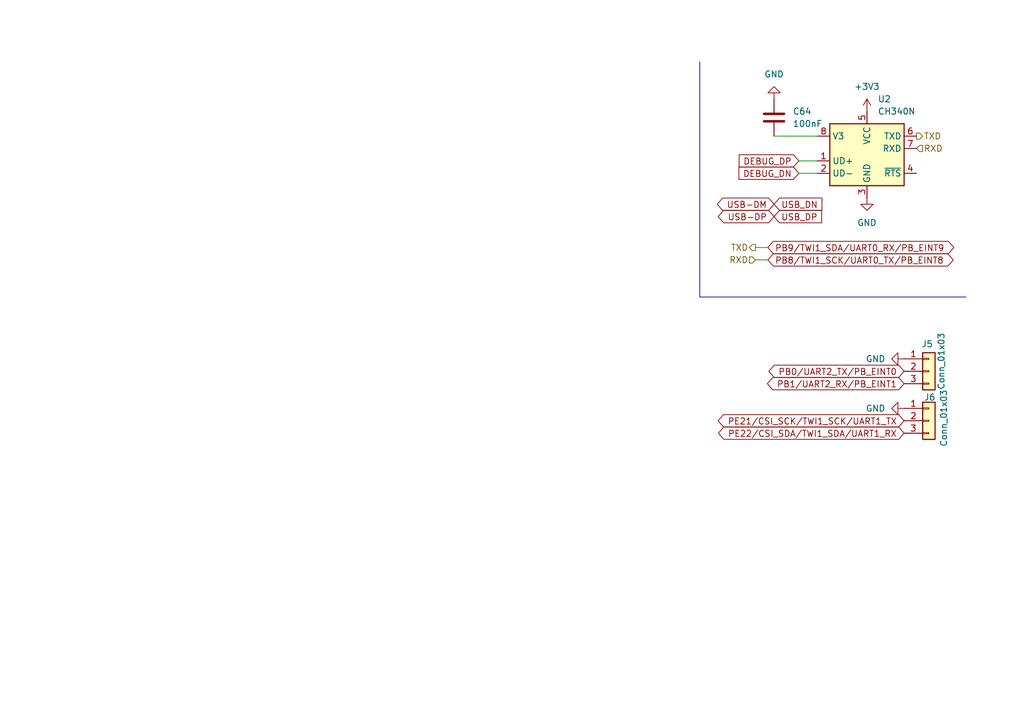
<source format=kicad_sch>
(kicad_sch (version 20250114) (generator "eeschema") (generator_version "9.0")
  (paper "A5")
  (lib_symbols
    (symbol "Connector_Generic:Conn_01x03" (pin_names (offset 1.016) (hide yes))
      (property "Reference" "J" (at 0 5.08 0))
      (property "Value" "Conn_01x03" (at 0 -5.08 0))
      (symbol "Conn_01x03_1_1"
        (rectangle (start -1.27 3.81) (end 1.27 -3.81) (stroke (width 0.254)) (fill (type background)))
        (rectangle (start -1.27 2.667) (end 0 2.413) (stroke (width 0.1524)))
        (rectangle (start -1.27 0.127) (end 0 -0.127) (stroke (width 0.1524)))
        (rectangle (start -1.27 -2.413) (end 0 -2.667) (stroke (width 0.1524)))
        (pin passive line (at -5.08 2.54 0) (length 3.81) (name "Pin_1") (number "1"))
        (pin passive line (at -5.08 0 0) (length 3.81) (name "Pin_2") (number "2"))
        (pin passive line (at -5.08 -2.54 0) (length 3.81) (name "Pin_3") (number "3"))
      )
    )
    (symbol "Device:C" (pin_numbers (hide yes)) (pin_names (offset 0.254))
      (property "Reference" "C" (at 0.635 2.54 0))
      (property "Value" "C" (at 0.635 -2.54 0))
      (symbol "C_0_1"
        (polyline (pts (xy -2.032 0.762) (xy 2.032 0.762)) (stroke (width 0.508)))
        (polyline (pts (xy -2.032 -0.762) (xy 2.032 -0.762)) (stroke (width 0.508)))
      )
      (symbol "C_1_1"
        (pin passive line (at 0 3.81 270) (length 2.794) (name "~") (number "1"))
        (pin passive line (at 0 -3.81 90) (length 2.794) (name "~") (number "2"))
      )
    )
    (symbol "Interface_USB:CH340N"
      (property "Reference" "U" (at -7.62 6.35 0))
      (property "Value" "CH340N" (at 7.62 6.35 0))
      (symbol "CH340N_0_1"
        (rectangle (start -7.62 5.08) (end 7.62 -7.62) (stroke (width 0.254)) (fill (type background)))
      )
      (symbol "CH340N_1_1"
        (pin passive line (at -10.16 2.54 0) (length 2.54) (name "V3") (number "8"))
        (pin bidirectional line (at -10.16 -2.54 0) (length 2.54) (name "UD+") (number "1"))
        (pin bidirectional line (at -10.16 -5.08 0) (length 2.54) (name "UD-") (number "2"))
        (pin power_in line (at 0 7.62 270) (length 2.54) (name "VCC") (number "5"))
        (pin power_in line (at 0 -10.16 90) (length 2.54) (name "GND") (number "3"))
        (pin output line (at 10.16 2.54 180) (length 2.54) (name "TXD") (number "6"))
        (pin input line (at 10.16 0 180) (length 2.54) (name "RXD") (number "7"))
        (pin output line (at 10.16 -5.08 180) (length 2.54) (name "~{RTS}") (number "4"))
      )
    )
    (symbol "power:+3V3" (power) (pin_numbers (hide yes)) (pin_names (offset 0) (hide yes))
      (property "Value" "+3V3" (at 0 3.556 0))
      (symbol "+3V3_0_1"
        (polyline (pts (xy -0.762 1.27) (xy 0 2.54)))
        (polyline (pts (xy 0 2.54) (xy 0.762 1.27)))
        (polyline (pts (xy 0 0) (xy 0 2.54)))
      )
      (symbol "+3V3_1_1"
        (pin power_in line (at 0 0 90) (length 0) (name "~") (number "1"))
      )
    )
    (symbol "power:GND" (power) (pin_numbers (hide yes)) (pin_names (offset 0) (hide yes))
      (property "Value" "GND" (at 0 -3.81 0))
      (symbol "GND_0_1"
        (polyline (pts (xy 0 0) (xy 0 -1.27) (xy 1.27 -1.27) (xy 0 -2.54) (xy -1.27 -1.27) (xy 0 -1.27)))
      )
      (symbol "GND_1_1"
        (pin power_in line (at 0 0 270) (length 0) (name "~") (number "1"))
      )
    )
  )
  (wire (pts (xy 154.94 53.34) (xy 157.48 53.34)))
  (polyline (pts (xy 143.51 12.7) (xy 143.51 60.96)))
  (wire (pts (xy 163.83 33.02) (xy 167.64 33.02)))
  (wire (pts (xy 163.83 35.56) (xy 167.64 35.56)))
  (polyline (pts (xy 143.51 60.96) (xy 198.12 60.96)))
  (wire (pts (xy 154.94 50.8) (xy 157.48 50.8)))
  (wire (pts (xy 158.75 27.94) (xy 167.64 27.94)))
  (global_label "DEBUG_DN" (shape input) (at 163.83 35.56 180) (property "Intersheetrefs" "${INTERSHEET_REFS}" (effects (hide yes))))
  (global_label "PE22/CSI_SDA/TWI1_SDA/UART1_RX" (shape bidirectional) (at 185.42 88.9 180) (property "Intersheetrefs" "${INTERSHEET_REFS}" (effects (hide yes))))
  (global_label "PB9/TWI1_SDA/UART0_RX/PB_EINT9" (shape bidirectional) (at 157.48 50.8 0) (property "Intersheetrefs" "${INTERSHEET_REFS}" (effects (hide yes))))
  (global_label "USB_DN" (shape input) (at 158.75 41.91 0) (property "Intersheetrefs" "${INTERSHEET_REFS}" (effects (hide yes))))
  (global_label "PE21/CSI_SCK/TWI1_SCK/UART1_TX" (shape bidirectional) (at 185.42 86.36 180) (property "Intersheetrefs" "${INTERSHEET_REFS}" (effects (hide yes))))
  (global_label "USB_DP" (shape input) (at 158.75 44.45 0) (property "Intersheetrefs" "${INTERSHEET_REFS}" (effects (hide yes))))
  (global_label "PB1/UART2_RX/PB_EINT1" (shape bidirectional) (at 185.42 78.74 180) (property "Intersheetrefs" "${INTERSHEET_REFS}" (effects (hide yes))))
  (global_label "DEBUG_DP" (shape input) (at 163.83 33.02 180) (property "Intersheetrefs" "${INTERSHEET_REFS}" (effects (hide yes))))
  (global_label "PB0/UART2_TX/PB_EINT0" (shape bidirectional) (at 185.42 76.2 180) (property "Intersheetrefs" "${INTERSHEET_REFS}" (effects (hide yes))))
  (global_label "USB-DP" (shape bidirectional) (at 158.75 44.45 180) (property "Intersheetrefs" "${INTERSHEET_REFS}" (effects (hide yes))))
  (global_label "PB8/TWI1_SCK/UART0_TX/PB_EINT8" (shape bidirectional) (at 157.48 53.34 0) (property "Intersheetrefs" "${INTERSHEET_REFS}" (effects (hide yes))))
  (global_label "USB-DM" (shape bidirectional) (at 158.75 41.91 180) (property "Intersheetrefs" "${INTERSHEET_REFS}" (effects (hide yes))))
  (hierarchical_label "RXD" (shape input) (at 187.96 30.48 0))
  (hierarchical_label "TXD" (shape output) (at 187.96 27.94 0))
  (hierarchical_label "TXD" (shape output) (at 154.94 50.8 180))
  (hierarchical_label "RXD" (shape input) (at 154.94 53.34 180))
  (symbol (lib_id "power:+3V3") (at 177.8 22.86 0) (unit 1)
    (property "Reference" "#PWR0155" (effects (hide yes)))
    (property "Value" "+3V3" (at 177.8 17.78 0))
    (property "Description" "Power symbol creates a global label with name \"+3V3\"" (effects (hide yes)))
  )
  (symbol (lib_id "Connector_Generic:Conn_01x03") (at 190.5 76.2 0) (unit 1)
    (property "Reference" "J5" (at 188.976 70.612 0) (effects (justify left)))
    (property "Value" "Conn_01x03" (at 193.04 80.01 90) (effects (justify left)))
    (property "Footprint" "Connector_PinSocket_2.54mm:PinSocket_1x03_P2.54mm_Vertical" (effects (hide yes)))
    (property "Description" "Generic connector, single row, 01x03, script generated (kicad-library-utils/schlib/autogen/connector/)" (effects (hide yes)))
  )
  (symbol (lib_id "power:GND") (at 158.75 20.32 180) (unit 1)
    (property "Reference" "#PWR0153" (effects (hide yes)))
    (property "Value" "GND" (at 158.75 15.24 0))
    (property "Description" "Power symbol creates a global label with name \"GND\" , ground" (effects (hide yes)))
  )
  (symbol (lib_id "power:GND") (at 177.8 40.64 0) (unit 1)
    (property "Reference" "#PWR0154" (effects (hide yes)))
    (property "Value" "GND" (at 177.8 45.72 0))
    (property "Description" "Power symbol creates a global label with name \"GND\" , ground" (effects (hide yes)))
  )
  (symbol (lib_id "power:GND") (at 185.42 83.82 270) (unit 1)
    (property "Reference" "#PWR0157" (effects (hide yes)))
    (property "Value" "GND" (at 181.61 83.8199 90) (effects (justify right)))
    (property "Description" "Power symbol creates a global label with name \"GND\" , ground" (effects (hide yes)))
  )
  (symbol (lib_id "Device:C") (at 158.75 24.13 0) (unit 1)
    (property "Reference" "C64" (at 162.56 22.8599 0) (effects (justify left)))
    (property "Value" "100nF" (at 162.56 25.3999 0) (effects (justify left)))
    (property "Footprint" "Capacitor_SMD:C_0603_1608Metric" (effects (hide yes)))
    (property "Description" "Unpolarized capacitor" (effects (hide yes)))
  )
  (symbol (lib_id "power:GND") (at 185.42 73.66 270) (unit 1)
    (property "Reference" "#PWR0156" (effects (hide yes)))
    (property "Value" "GND" (at 181.61 73.6599 90) (effects (justify right)))
    (property "Description" "Power symbol creates a global label with name \"GND\" , ground" (effects (hide yes)))
  )
  (symbol (lib_id "Interface_USB:CH340N") (at 177.8 30.48 0) (unit 1)
    (property "Reference" "U2" (at 179.9941 20.32 0) (effects (justify left)))
    (property "Value" "CH340N" (at 179.9941 22.86 0) (effects (justify left)))
    (property "Footprint" "Package_SO:SOP-8_3.9x4.9mm_P1.27mm" (effects (hide yes)))
    (property "Datasheet" "https://aitendo3.sakura.ne.jp/aitendo_data/product_img/ic/inteface/CH340N/ch340n.pdf" (effects (hide yes)))
    (property "Description" "USB serial converter, 2Mbps, UART, SOP-8" (effects (hide yes)))
  )
  (symbol (lib_id "Connector_Generic:Conn_01x03") (at 190.5 86.36 0) (unit 1)
    (property "Reference" "J6" (at 189.484 81.534 0) (effects (justify left)))
    (property "Value" "Conn_01x03" (at 193.548 91.694 90) (effects (justify left)))
    (property "Footprint" "Connector_PinSocket_2.54mm:PinSocket_1x03_P2.54mm_Vertical" (effects (hide yes)))
    (property "Description" "Generic connector, single row, 01x03, script generated (kicad-library-utils/schlib/autogen/connector/)" (effects (hide yes)))
  )
)
</source>
